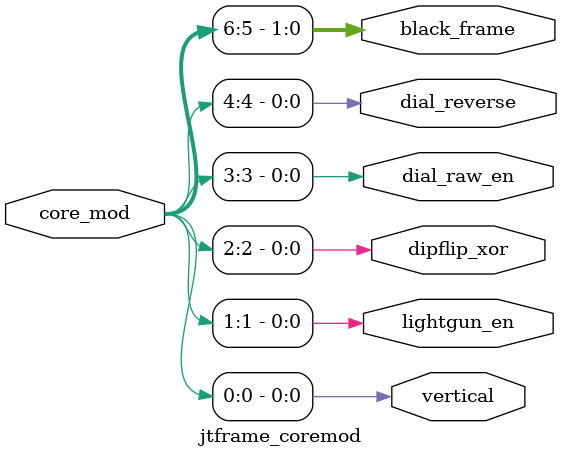
<source format=v>
/*  This file is part of JTFRAME.
    JTFRAME program is free software: you can redistribute it and/or modify
    it under the terms of the GNU General Public License as published by
    the Free Software Foundation, either version 3 of the License, or
    (at your option) any later version.

    JTFRAME program is distributed in the hope that it will be useful,
    but WITHOUT ANY WARRANTY; without even the implied warranty of
    MERCHANTABILITY or FITNESS FOR A PARTICULAR PURPOSE.  See the
    GNU General Public License for more details.

    You should have received a copy of the GNU General Public License
    along with JTFRAME.  If not, see <http://www.gnu.org/licenses/>.

    Author: Jose Tejada Gomez. Twitter: @topapate
    Version: 1.0
    Date: 26-2-2025 */

module jtframe_coremod(
    input  [6:0] core_mod,

    output       vertical,
                 lightgun_en,
                 dipflip_xor,
                 dial_raw_en,
                 dial_reverse,
    output [1:0] black_frame
);

assign vertical     = core_mod[0];
assign lightgun_en  = `ifdef JTFRAME_LIGHTGUN_ON 1'b1; `else core_mod[1]; `endif
assign dipflip_xor  = core_mod[2];
assign dial_raw_en  = core_mod[3];
assign dial_reverse = core_mod[4];
assign black_frame  = core_mod[6:5];

endmodule
</source>
